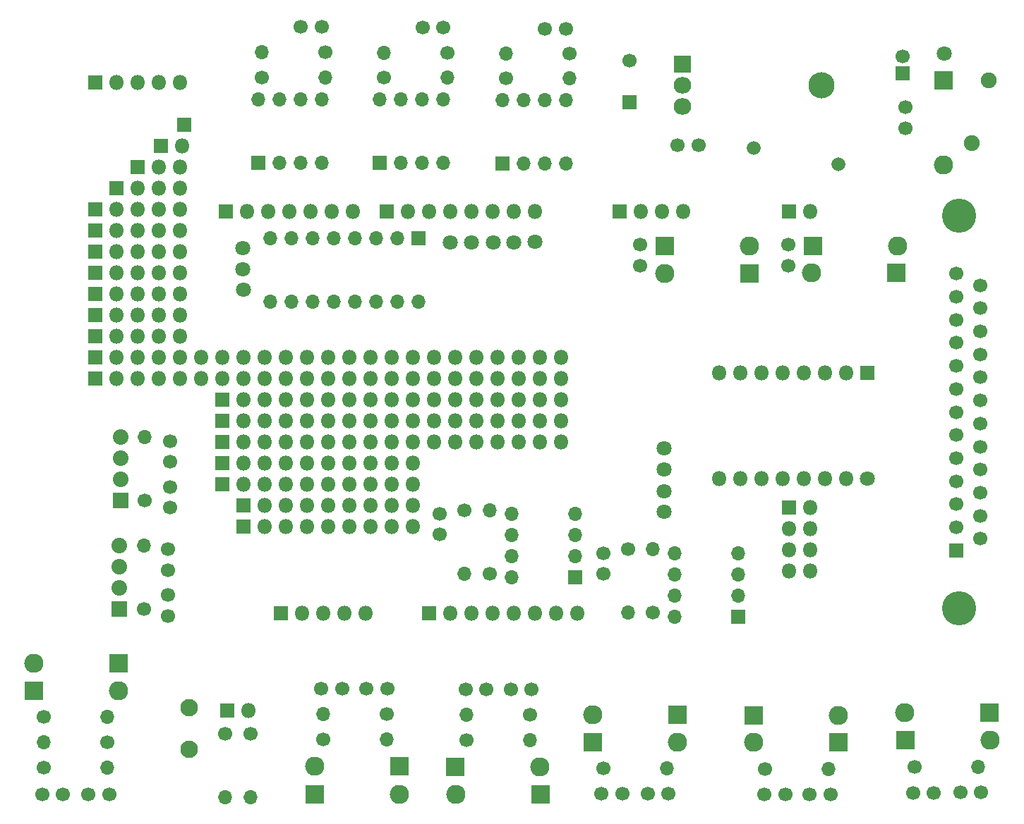
<source format=gbr>
%TF.GenerationSoftware,KiCad,Pcbnew,(5.1.6)-1*%
%TF.CreationDate,2022-12-04T09:56:09-08:00*%
%TF.ProjectId,DP1600i,44503136-3030-4692-9e6b-696361645f70,rev?*%
%TF.SameCoordinates,Original*%
%TF.FileFunction,Soldermask,Bot*%
%TF.FilePolarity,Negative*%
%FSLAX46Y46*%
G04 Gerber Fmt 4.6, Leading zero omitted, Abs format (unit mm)*
G04 Created by KiCad (PCBNEW (5.1.6)-1) date 2022-12-04 09:56:09*
%MOMM*%
%LPD*%
G01*
G04 APERTURE LIST*
%ADD10O,2.300000X2.300000*%
%ADD11R,2.300000X2.300000*%
%ADD12O,1.800000X1.800000*%
%ADD13R,1.800000X1.800000*%
%ADD14O,1.700000X1.700000*%
%ADD15C,1.700000*%
%ADD16C,4.100000*%
%ADD17R,1.700000X1.700000*%
%ADD18C,1.900000*%
%ADD19C,1.660000*%
%ADD20C,1.800000*%
%ADD21C,1.878000*%
%ADD22R,1.878000X1.878000*%
%ADD23O,2.100000X2.005000*%
%ADD24R,2.100000X2.005000*%
%ADD25C,3.148000*%
%ADD26C,2.100000*%
G04 APERTURE END LIST*
D10*
%TO.C,D18*%
X185318400Y-71120000D03*
D11*
X195478400Y-71120000D03*
%TD*%
D10*
%TO.C,D12*%
X167690800Y-71221600D03*
D11*
X177850800Y-71221600D03*
%TD*%
D10*
%TO.C,D16*%
X178333400Y-127533400D03*
D11*
X188493400Y-127533400D03*
%TD*%
D10*
%TO.C,D10*%
X152679400Y-130429000D03*
D11*
X142519400Y-130429000D03*
%TD*%
D10*
%TO.C,D8*%
X196494400Y-123977400D03*
D11*
X206654400Y-123977400D03*
%TD*%
D10*
%TO.C,D6*%
X92024200Y-118033800D03*
D11*
X102184200Y-118033800D03*
%TD*%
D10*
%TO.C,D4*%
X159054800Y-124180600D03*
D11*
X169214800Y-124180600D03*
%TD*%
D10*
%TO.C,D2*%
X135890000Y-133781800D03*
D11*
X125730000Y-133781800D03*
%TD*%
D12*
%TO.C,J31*%
X109550200Y-60960000D03*
X107010200Y-60960000D03*
X104470200Y-60960000D03*
D13*
X101930200Y-60960000D03*
%TD*%
D12*
%TO.C,J30*%
X109550200Y-58420000D03*
X107010200Y-58420000D03*
D13*
X104470200Y-58420000D03*
%TD*%
D12*
%TO.C,J29*%
X109804200Y-55880000D03*
D13*
X107264200Y-55880000D03*
%TD*%
%TO.C,J28*%
X110058200Y-53340000D03*
%TD*%
D12*
%TO.C,J27*%
X137490200Y-101600000D03*
X134950200Y-101600000D03*
X132410200Y-101600000D03*
X129870200Y-101600000D03*
X127330200Y-101600000D03*
X124790200Y-101600000D03*
X122250200Y-101600000D03*
X119710200Y-101600000D03*
D13*
X117170200Y-101600000D03*
%TD*%
D12*
%TO.C,J26*%
X137490200Y-99060000D03*
X134950200Y-99060000D03*
X132410200Y-99060000D03*
X129870200Y-99060000D03*
X127330200Y-99060000D03*
X124790200Y-99060000D03*
X122250200Y-99060000D03*
X119710200Y-99060000D03*
D13*
X117170200Y-99060000D03*
%TD*%
D12*
%TO.C,J25*%
X137490200Y-96520000D03*
X134950200Y-96520000D03*
X132410200Y-96520000D03*
X129870200Y-96520000D03*
X127330200Y-96520000D03*
X124790200Y-96520000D03*
X122250200Y-96520000D03*
X119710200Y-96520000D03*
X117170200Y-96520000D03*
D13*
X114630200Y-96520000D03*
%TD*%
D12*
%TO.C,J24*%
X137490200Y-93980000D03*
X134950200Y-93980000D03*
X132410200Y-93980000D03*
X129870200Y-93980000D03*
X127330200Y-93980000D03*
X124790200Y-93980000D03*
X122250200Y-93980000D03*
X119710200Y-93980000D03*
X117170200Y-93980000D03*
D13*
X114630200Y-93980000D03*
%TD*%
D12*
%TO.C,J23*%
X155270200Y-91440000D03*
X152730200Y-91440000D03*
X150190200Y-91440000D03*
X147650200Y-91440000D03*
X145110200Y-91440000D03*
X142570200Y-91440000D03*
X140030200Y-91440000D03*
X137490200Y-91440000D03*
X134950200Y-91440000D03*
X132410200Y-91440000D03*
X129870200Y-91440000D03*
X127330200Y-91440000D03*
X124790200Y-91440000D03*
X122250200Y-91440000D03*
X119710200Y-91440000D03*
X117170200Y-91440000D03*
D13*
X114630200Y-91440000D03*
%TD*%
D12*
%TO.C,J22*%
X155270200Y-88900000D03*
X152730200Y-88900000D03*
X150190200Y-88900000D03*
X147650200Y-88900000D03*
X145110200Y-88900000D03*
X142570200Y-88900000D03*
X140030200Y-88900000D03*
X137490200Y-88900000D03*
X134950200Y-88900000D03*
X132410200Y-88900000D03*
X129870200Y-88900000D03*
X127330200Y-88900000D03*
X124790200Y-88900000D03*
X122250200Y-88900000D03*
X119710200Y-88900000D03*
X117170200Y-88900000D03*
D13*
X114630200Y-88900000D03*
%TD*%
D12*
%TO.C,J21*%
X155270200Y-86360000D03*
X152730200Y-86360000D03*
X150190200Y-86360000D03*
X147650200Y-86360000D03*
X145110200Y-86360000D03*
X142570200Y-86360000D03*
X140030200Y-86360000D03*
X137490200Y-86360000D03*
X134950200Y-86360000D03*
X132410200Y-86360000D03*
X129870200Y-86360000D03*
X127330200Y-86360000D03*
X124790200Y-86360000D03*
X122250200Y-86360000D03*
X119710200Y-86360000D03*
X117170200Y-86360000D03*
D13*
X114630200Y-86360000D03*
%TD*%
D12*
%TO.C,J20*%
X155270200Y-83820000D03*
X152730200Y-83820000D03*
X150190200Y-83820000D03*
X147650200Y-83820000D03*
X145110200Y-83820000D03*
X142570200Y-83820000D03*
X140030200Y-83820000D03*
X137490200Y-83820000D03*
X134950200Y-83820000D03*
X132410200Y-83820000D03*
X129870200Y-83820000D03*
X127330200Y-83820000D03*
X124790200Y-83820000D03*
X122250200Y-83820000D03*
X119710200Y-83820000D03*
X117170200Y-83820000D03*
X114630200Y-83820000D03*
X112090200Y-83820000D03*
X109550200Y-83820000D03*
X107010200Y-83820000D03*
X104470200Y-83820000D03*
X101930200Y-83820000D03*
D13*
X99390200Y-83820000D03*
%TD*%
D12*
%TO.C,J19*%
X155270200Y-81280000D03*
X152730200Y-81280000D03*
X150190200Y-81280000D03*
X147650200Y-81280000D03*
X145110200Y-81280000D03*
X142570200Y-81280000D03*
X140030200Y-81280000D03*
X137490200Y-81280000D03*
X134950200Y-81280000D03*
X132410200Y-81280000D03*
X129870200Y-81280000D03*
X127330200Y-81280000D03*
X124790200Y-81280000D03*
X122250200Y-81280000D03*
X119710200Y-81280000D03*
X117170200Y-81280000D03*
X114630200Y-81280000D03*
X112090200Y-81280000D03*
X109550200Y-81280000D03*
X107010200Y-81280000D03*
X104470200Y-81280000D03*
X101930200Y-81280000D03*
D13*
X99390200Y-81280000D03*
%TD*%
D12*
%TO.C,J18*%
X109550200Y-78740000D03*
X107010200Y-78740000D03*
X104470200Y-78740000D03*
X101930200Y-78740000D03*
D13*
X99390200Y-78740000D03*
%TD*%
D12*
%TO.C,J17*%
X109550200Y-76200000D03*
X107010200Y-76200000D03*
X104470200Y-76200000D03*
X101930200Y-76200000D03*
D13*
X99390200Y-76200000D03*
%TD*%
D12*
%TO.C,J16*%
X109550200Y-73660000D03*
X107010200Y-73660000D03*
X104470200Y-73660000D03*
X101930200Y-73660000D03*
D13*
X99390200Y-73660000D03*
%TD*%
D12*
%TO.C,J15*%
X109550200Y-71120000D03*
X107010200Y-71120000D03*
X104470200Y-71120000D03*
X101930200Y-71120000D03*
D13*
X99390200Y-71120000D03*
%TD*%
D12*
%TO.C,J14*%
X109550200Y-68580000D03*
X107010200Y-68580000D03*
X104470200Y-68580000D03*
X101930200Y-68580000D03*
D13*
X99390200Y-68580000D03*
%TD*%
D12*
%TO.C,J13*%
X109550200Y-66040000D03*
X107010200Y-66040000D03*
X104470200Y-66040000D03*
X101930200Y-66040000D03*
D13*
X99390200Y-66040000D03*
%TD*%
D12*
%TO.C,J12*%
X109550200Y-63500000D03*
X107010200Y-63500000D03*
X104470200Y-63500000D03*
X101930200Y-63500000D03*
D13*
X99390200Y-63500000D03*
%TD*%
D12*
%TO.C,J11*%
X109550200Y-48260000D03*
X107010200Y-48260000D03*
X104470200Y-48260000D03*
X101930200Y-48260000D03*
D13*
X99390200Y-48260000D03*
%TD*%
D14*
%TO.C,R5*%
X105318560Y-90805000D03*
D15*
X105318560Y-98425000D03*
%TD*%
D12*
%TO.C,J4*%
X152120600Y-63728600D03*
X149580600Y-63728600D03*
X147040600Y-63728600D03*
X144500600Y-63728600D03*
X141960600Y-63728600D03*
X139420600Y-63728600D03*
X136880600Y-63728600D03*
D13*
X134340600Y-63728600D03*
%TD*%
D16*
%TO.C,J1*%
X202976760Y-64284960D03*
X202976760Y-111384960D03*
D15*
X205516760Y-72599960D03*
X205516760Y-75369960D03*
X205516760Y-78139960D03*
X205516760Y-80909960D03*
X205516760Y-83679960D03*
X205516760Y-86449960D03*
X205516760Y-89219960D03*
X205516760Y-91989960D03*
X205516760Y-94759960D03*
X205516760Y-97529960D03*
X205516760Y-100299960D03*
X205516760Y-103069960D03*
X202676760Y-71214960D03*
X202676760Y-73984960D03*
X202676760Y-76754960D03*
X202676760Y-79524960D03*
X202676760Y-82294960D03*
X202676760Y-85064960D03*
X202676760Y-87834960D03*
X202676760Y-90604960D03*
X202676760Y-93374960D03*
X202676760Y-96144960D03*
X202676760Y-98914960D03*
X202676760Y-101684960D03*
D17*
X202676760Y-104454960D03*
%TD*%
D18*
%TO.C,RV1*%
X206515720Y-48014240D03*
X204515720Y-55514240D03*
%TD*%
D19*
%TO.C,F1*%
X188549280Y-58039000D03*
X178349280Y-56139000D03*
%TD*%
D10*
%TO.C,D13*%
X201086720Y-58191400D03*
D11*
X201086720Y-48031400D03*
%TD*%
D12*
%TO.C,J9*%
X157200600Y-111988600D03*
X154660600Y-111988600D03*
X152120600Y-111988600D03*
X149580600Y-111988600D03*
X147040600Y-111988600D03*
X144500600Y-111988600D03*
X141960600Y-111988600D03*
D13*
X139420600Y-111988600D03*
%TD*%
D12*
%TO.C,J8*%
X131800600Y-111988600D03*
X129260600Y-111988600D03*
X126720600Y-111988600D03*
X124180600Y-111988600D03*
D13*
X121640600Y-111988600D03*
%TD*%
D12*
%TO.C,J7*%
X185140600Y-106908600D03*
X182600600Y-106908600D03*
X185140600Y-104368600D03*
X182600600Y-104368600D03*
X185140600Y-101828600D03*
X182600600Y-101828600D03*
X185140600Y-99288600D03*
D13*
X182600600Y-99288600D03*
%TD*%
D12*
%TO.C,J6*%
X185140600Y-63728600D03*
D13*
X182600600Y-63728600D03*
%TD*%
D12*
%TO.C,J5*%
X169900600Y-63728600D03*
X167360600Y-63728600D03*
X164820600Y-63728600D03*
D13*
X162280600Y-63728600D03*
%TD*%
D12*
%TO.C,J3*%
X130276600Y-63728600D03*
X127736600Y-63728600D03*
X125196600Y-63728600D03*
X122656600Y-63728600D03*
X120116600Y-63728600D03*
X117576600Y-63728600D03*
D13*
X115036600Y-63728600D03*
%TD*%
D12*
%TO.C,U10*%
X189445900Y-95821500D03*
X184365900Y-95821500D03*
D20*
X191985900Y-95821500D03*
D12*
X186905900Y-95821500D03*
X181825900Y-95821500D03*
X174205900Y-95821500D03*
X179285900Y-95821500D03*
X176745900Y-95821500D03*
X174205900Y-83121500D03*
X176745900Y-83121500D03*
X179285900Y-83121500D03*
X181825900Y-83121500D03*
X184365900Y-83121500D03*
X186905900Y-83121500D03*
X189445900Y-83121500D03*
D13*
X191985900Y-83121500D03*
%TD*%
D20*
%TO.C,J98*%
X167612060Y-99832160D03*
%TD*%
%TO.C,J97*%
X167612060Y-97342960D03*
%TD*%
%TO.C,J96*%
X167612060Y-94767400D03*
%TD*%
%TO.C,J95*%
X167601900Y-92176600D03*
%TD*%
%TO.C,J94*%
X117121940Y-73121520D03*
%TD*%
%TO.C,J93*%
X117071140Y-70688200D03*
%TD*%
%TO.C,J92*%
X117071140Y-68148200D03*
%TD*%
%TO.C,J91*%
X152105360Y-67421760D03*
%TD*%
%TO.C,J90*%
X149529800Y-67452240D03*
%TD*%
%TO.C,J89*%
X147091400Y-67452240D03*
%TD*%
%TO.C,J88*%
X144515840Y-67452240D03*
%TD*%
%TO.C,J87*%
X141975840Y-67452240D03*
%TD*%
%TO.C,J2*%
X201223880Y-44749720D03*
%TD*%
D21*
%TO.C,U2*%
X102252780Y-103896160D03*
X102252780Y-106436160D03*
X102252780Y-108976160D03*
D22*
X102252780Y-111516160D03*
%TD*%
D21*
%TO.C,U1*%
X102397560Y-90855800D03*
X102397560Y-93395800D03*
X102397560Y-95935800D03*
D22*
X102397560Y-98475800D03*
%TD*%
D14*
%TO.C,U9*%
X138170920Y-74559160D03*
X120390920Y-66939160D03*
X135630920Y-74559160D03*
X122930920Y-66939160D03*
X133090920Y-74559160D03*
X125470920Y-66939160D03*
X130550920Y-74559160D03*
X128010920Y-66939160D03*
X128010920Y-74559160D03*
X130550920Y-66939160D03*
X125470920Y-74559160D03*
X133090920Y-66939160D03*
X122930920Y-74559160D03*
X135630920Y-66939160D03*
X120390920Y-74559160D03*
D17*
X138170920Y-66939160D03*
%TD*%
D14*
%TO.C,U8*%
X118912640Y-50256440D03*
X126532640Y-57876440D03*
X121452640Y-50256440D03*
X123992640Y-57876440D03*
X123992640Y-50256440D03*
X121452640Y-57876440D03*
X126532640Y-50256440D03*
D17*
X118912640Y-57876440D03*
%TD*%
D14*
%TO.C,U7*%
X149283420Y-107678220D03*
X156903420Y-100058220D03*
X149283420Y-105138220D03*
X156903420Y-102598220D03*
X149283420Y-102598220D03*
X156903420Y-105138220D03*
X149283420Y-100058220D03*
D17*
X156903420Y-107678220D03*
%TD*%
D14*
%TO.C,U6*%
X133492240Y-50256440D03*
X141112240Y-57876440D03*
X136032240Y-50256440D03*
X138572240Y-57876440D03*
X138572240Y-50256440D03*
X136032240Y-57876440D03*
X141112240Y-50256440D03*
D17*
X133492240Y-57876440D03*
%TD*%
D14*
%TO.C,U5*%
X168866820Y-112435640D03*
X176486820Y-104815640D03*
X168866820Y-109895640D03*
X176486820Y-107355640D03*
X168866820Y-107355640D03*
X176486820Y-109895640D03*
X168866820Y-104815640D03*
D17*
X176486820Y-112435640D03*
%TD*%
D14*
%TO.C,U4*%
X148173440Y-50358040D03*
X155793440Y-57978040D03*
X150713440Y-50358040D03*
X153253440Y-57978040D03*
X153253440Y-50358040D03*
X150713440Y-57978040D03*
X155793440Y-50358040D03*
D17*
X148173440Y-57978040D03*
%TD*%
D23*
%TO.C,U3*%
X169824400Y-51094640D03*
X169824400Y-48554640D03*
D24*
X169824400Y-46014640D03*
D25*
X186484400Y-48554640D03*
%TD*%
D14*
%TO.C,R24*%
X126989840Y-47614840D03*
D15*
X119369840Y-47614840D03*
%TD*%
D14*
%TO.C,R23*%
X119369840Y-44617640D03*
D15*
X126989840Y-44617640D03*
%TD*%
D14*
%TO.C,R22*%
X146692620Y-99601020D03*
D15*
X146692620Y-107221020D03*
%TD*%
D14*
%TO.C,R21*%
X141569440Y-47665640D03*
D15*
X133949440Y-47665640D03*
%TD*%
D14*
%TO.C,R20*%
X143644620Y-107221020D03*
D15*
X143644620Y-99601020D03*
%TD*%
D14*
%TO.C,R19*%
X133949440Y-44668440D03*
D15*
X141569440Y-44668440D03*
%TD*%
D14*
%TO.C,R18*%
X166276020Y-104307640D03*
D15*
X166276020Y-111927640D03*
%TD*%
D14*
%TO.C,R17*%
X156250640Y-47767240D03*
D15*
X148630640Y-47767240D03*
%TD*%
D14*
%TO.C,R16*%
X163278820Y-111927640D03*
D15*
X163278820Y-104307640D03*
%TD*%
D14*
%TO.C,R15*%
X148630640Y-44770040D03*
D15*
X156250640Y-44770040D03*
%TD*%
D14*
%TO.C,R14*%
X187345320Y-130728720D03*
D15*
X179725320Y-130728720D03*
%TD*%
D14*
%TO.C,R13*%
X114935000Y-134112000D03*
D15*
X114935000Y-126492000D03*
%TD*%
D14*
%TO.C,R12*%
X117983000Y-134112000D03*
D15*
X117983000Y-126492000D03*
%TD*%
D14*
%TO.C,R11*%
X143880840Y-124226320D03*
D15*
X151500840Y-124226320D03*
%TD*%
D14*
%TO.C,R10*%
X126664720Y-124139960D03*
D15*
X134284720Y-124139960D03*
%TD*%
D14*
%TO.C,R9*%
X167909240Y-130622040D03*
D15*
X160289240Y-130622040D03*
%TD*%
D14*
%TO.C,R8*%
X151500840Y-127274320D03*
D15*
X143880840Y-127274320D03*
%TD*%
D14*
%TO.C,R7*%
X134284720Y-127187960D03*
D15*
X126664720Y-127187960D03*
%TD*%
D14*
%TO.C,R6*%
X105173780Y-103896160D03*
D15*
X105173780Y-111516160D03*
%TD*%
D14*
%TO.C,R4*%
X100817680Y-130545840D03*
D15*
X93197680Y-130545840D03*
%TD*%
D14*
%TO.C,R3*%
X205282800Y-130434080D03*
D15*
X197662800Y-130434080D03*
%TD*%
D14*
%TO.C,R2*%
X93197680Y-127497840D03*
D15*
X100817680Y-127497840D03*
%TD*%
D14*
%TO.C,R1*%
X100817680Y-124449840D03*
D15*
X93197680Y-124449840D03*
%TD*%
D12*
%TO.C,JP1*%
X117729000Y-123698000D03*
D13*
X115189000Y-123698000D03*
%TD*%
D10*
%TO.C,D17*%
X195600320Y-67868800D03*
D11*
X185440320Y-67868800D03*
%TD*%
D10*
%TO.C,D15*%
X188488320Y-124251720D03*
D11*
X178328320Y-124251720D03*
%TD*%
D10*
%TO.C,D11*%
X177840640Y-67884040D03*
D11*
X167680640Y-67884040D03*
%TD*%
D10*
%TO.C,D9*%
X142585440Y-133797040D03*
D11*
X152745440Y-133797040D03*
%TD*%
D10*
%TO.C,D7*%
X206679800Y-127259080D03*
D11*
X196519800Y-127259080D03*
%TD*%
D10*
%TO.C,D5*%
X102163880Y-121335800D03*
D11*
X92003880Y-121335800D03*
%TD*%
D10*
%TO.C,D3*%
X169184320Y-127497840D03*
D11*
X159024320Y-127497840D03*
%TD*%
D10*
%TO.C,D1*%
X125709680Y-130403600D03*
D11*
X135869680Y-130403600D03*
%TD*%
D15*
%TO.C,C30*%
X124032640Y-41569640D03*
X126532640Y-41569640D03*
%TD*%
%TO.C,C29*%
X140647420Y-102558220D03*
X140647420Y-100058220D03*
%TD*%
%TO.C,C28*%
X138612240Y-41671240D03*
X141112240Y-41671240D03*
%TD*%
%TO.C,C27*%
X160281620Y-107264840D03*
X160281620Y-104764840D03*
%TD*%
%TO.C,C26*%
X153293440Y-41772840D03*
X155793440Y-41772840D03*
%TD*%
%TO.C,C25*%
X164759640Y-70257040D03*
X164759640Y-67757040D03*
%TD*%
%TO.C,C24*%
X179638320Y-133776720D03*
X182138320Y-133776720D03*
%TD*%
%TO.C,C23*%
X187559320Y-133776720D03*
X185059320Y-133776720D03*
%TD*%
%TO.C,C22*%
X163428680Y-45606960D03*
D17*
X163428680Y-50606960D03*
%TD*%
D15*
%TO.C,C21*%
X169249720Y-55758080D03*
X171749720Y-55758080D03*
%TD*%
D26*
%TO.C,C20*%
X110617000Y-128317000D03*
X110617000Y-123317000D03*
%TD*%
D15*
%TO.C,C19*%
X196514720Y-53741960D03*
X196514720Y-51241960D03*
%TD*%
%TO.C,C18*%
X196209920Y-45132240D03*
D17*
X196209920Y-47132240D03*
%TD*%
D15*
%TO.C,C17*%
X182519320Y-70241800D03*
X182519320Y-67741800D03*
%TD*%
%TO.C,C16*%
X151714840Y-121178320D03*
X149214840Y-121178320D03*
%TD*%
%TO.C,C15*%
X134371720Y-121091960D03*
X131871720Y-121091960D03*
%TD*%
%TO.C,C14*%
X160075240Y-133670040D03*
X162575240Y-133670040D03*
%TD*%
%TO.C,C13*%
X143793840Y-121178320D03*
X146293840Y-121178320D03*
%TD*%
%TO.C,C12*%
X126450720Y-121091960D03*
X128950720Y-121091960D03*
%TD*%
%TO.C,C11*%
X168123240Y-133670040D03*
X165623240Y-133670040D03*
%TD*%
%TO.C,C10*%
X108120180Y-109828960D03*
X108120180Y-112328960D03*
%TD*%
%TO.C,C9*%
X108366560Y-96839400D03*
X108366560Y-99339400D03*
%TD*%
%TO.C,C8*%
X92983680Y-133720840D03*
X95483680Y-133720840D03*
%TD*%
%TO.C,C7*%
X197448800Y-133609080D03*
X199948800Y-133609080D03*
%TD*%
%TO.C,C6*%
X101031680Y-133720840D03*
X98531680Y-133720840D03*
%TD*%
%TO.C,C5*%
X205623800Y-133482080D03*
X203123800Y-133482080D03*
%TD*%
%TO.C,C2*%
X108120180Y-106802560D03*
X108120180Y-104302560D03*
%TD*%
%TO.C,C1*%
X108366560Y-93813000D03*
X108366560Y-91313000D03*
%TD*%
M02*

</source>
